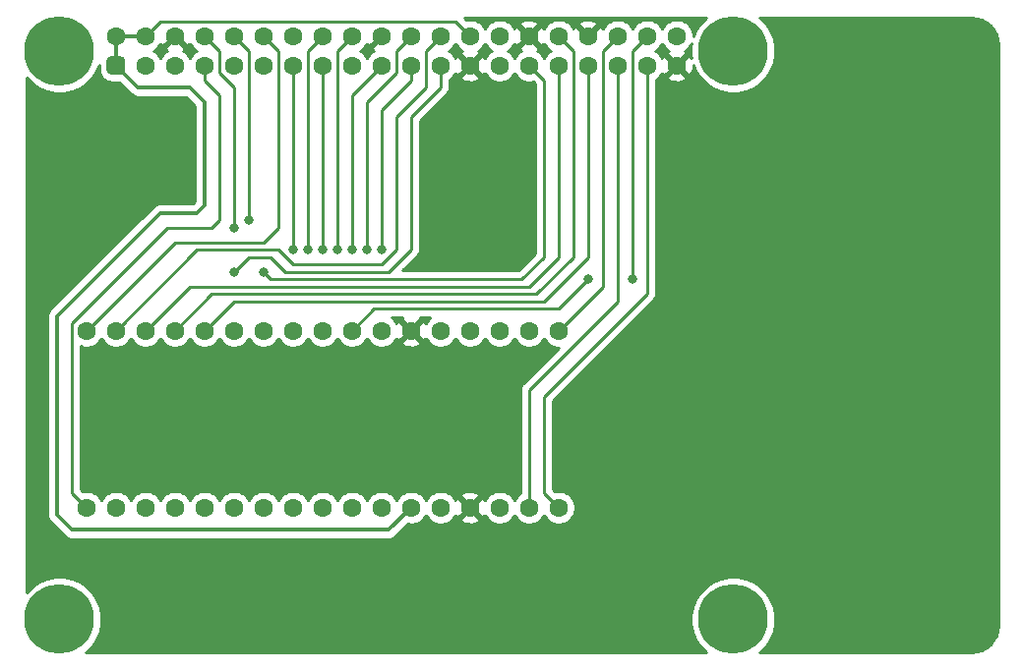
<source format=gbr>
%TF.GenerationSoftware,KiCad,Pcbnew,5.1.10*%
%TF.CreationDate,2021-11-27T11:42:48+01:00*%
%TF.ProjectId,GrasPiB_AR488_Adapter,47726173-5069-4425-9f41-523438385f41,0*%
%TF.SameCoordinates,PX4ce8b88PY2455c20*%
%TF.FileFunction,Copper,L1,Top*%
%TF.FilePolarity,Positive*%
%FSLAX46Y46*%
G04 Gerber Fmt 4.6, Leading zero omitted, Abs format (unit mm)*
G04 Created by KiCad (PCBNEW 5.1.10) date 2021-11-27 11:42:48*
%MOMM*%
%LPD*%
G01*
G04 APERTURE LIST*
%TA.AperFunction,WasherPad*%
%ADD10C,6.000000*%
%TD*%
%TA.AperFunction,ComponentPad*%
%ADD11C,1.600000*%
%TD*%
%TA.AperFunction,ViaPad*%
%ADD12C,0.800000*%
%TD*%
%TA.AperFunction,Conductor*%
%ADD13C,0.250000*%
%TD*%
%TA.AperFunction,Conductor*%
%ADD14C,0.350000*%
%TD*%
%TA.AperFunction,Conductor*%
%ADD15C,0.254000*%
%TD*%
%TA.AperFunction,Conductor*%
%ADD16C,0.100000*%
%TD*%
G04 APERTURE END LIST*
D10*
%TO.P,U2,*%
%TO.N,*%
X61385000Y-52810000D03*
X3385000Y-52810000D03*
X61385000Y-3810000D03*
X3385000Y-3810000D03*
D11*
%TO.P,U2,40*%
%TO.N,Net-(U2-Pad40)*%
X56515000Y-2540000D03*
%TO.P,U2,39*%
%TO.N,GND*%
X56515000Y-5080000D03*
%TO.P,U2,38*%
%TO.N,/DIO1*%
X53975000Y-2540000D03*
%TO.P,U2,37*%
%TO.N,/DIO2*%
X53975000Y-5080000D03*
%TO.P,U2,36*%
%TO.N,/DIO3*%
X51435000Y-2540000D03*
%TO.P,U2,35*%
%TO.N,/DIO4*%
X51435000Y-5080000D03*
%TO.P,U2,34*%
%TO.N,GND*%
X48895000Y-2540000D03*
%TO.P,U2,33*%
%TO.N,/DIO5*%
X48895000Y-5080000D03*
%TO.P,U2,32*%
%TO.N,/DIO6*%
X46355000Y-2540000D03*
%TO.P,U2,31*%
%TO.N,/DIO7*%
X46355000Y-5080000D03*
%TO.P,U2,30*%
%TO.N,GND*%
X43815000Y-2540000D03*
%TO.P,U2,29*%
%TO.N,/DIO8*%
X43815000Y-5080000D03*
%TO.P,U2,28*%
%TO.N,Net-(U2-Pad28)*%
X41275000Y-2540000D03*
%TO.P,U2,27*%
%TO.N,Net-(U2-Pad27)*%
X41275000Y-5080000D03*
%TO.P,U2,26*%
%TO.N,+5V*%
X38735000Y-2540000D03*
%TO.P,U2,25*%
%TO.N,GND*%
X38735000Y-5080000D03*
%TO.P,U2,24*%
%TO.N,/DC*%
X36195000Y-2540000D03*
%TO.P,U2,23*%
%TO.N,/SRQ*%
X36195000Y-5080000D03*
%TO.P,U2,22*%
%TO.N,/ATN*%
X33655000Y-2540000D03*
%TO.P,U2,21*%
%TO.N,/EOI*%
X33655000Y-5080000D03*
%TO.P,U2,20*%
%TO.N,GND*%
X31115000Y-2540000D03*
%TO.P,U2,19*%
%TO.N,/DAV*%
X31115000Y-5080000D03*
%TO.P,U2,18*%
%TO.N,/NRFD*%
X28575000Y-2540000D03*
%TO.P,U2,17*%
%TO.N,Net-(U2-Pad17)*%
X28575000Y-5080000D03*
%TO.P,U2,16*%
%TO.N,/NDAC*%
X26035000Y-2540000D03*
%TO.P,U2,15*%
%TO.N,/IFC*%
X26035000Y-5080000D03*
%TO.P,U2,14*%
%TO.N,GND*%
X23495000Y-2540000D03*
%TO.P,U2,13*%
%TO.N,/REN*%
X23495000Y-5080000D03*
%TO.P,U2,12*%
%TO.N,/TE*%
X20955000Y-2540000D03*
%TO.P,U2,11*%
%TO.N,Net-(U2-Pad11)*%
X20955000Y-5080000D03*
%TO.P,U2,10*%
%TO.N,/RX*%
X18415000Y-2540000D03*
%TO.P,U2,9*%
%TO.N,GND*%
X18415000Y-5080000D03*
%TO.P,U2,8*%
%TO.N,/TX*%
X15875000Y-2540000D03*
%TO.P,U2,7*%
%TO.N,/LED*%
X15875000Y-5080000D03*
%TO.P,U2,6*%
%TO.N,GND*%
X13335000Y-2540000D03*
%TO.P,U2,5*%
%TO.N,Net-(U2-Pad5)*%
X13335000Y-5080000D03*
%TO.P,U2,4*%
%TO.N,+5V*%
X10795000Y-2540000D03*
%TO.P,U2,3*%
%TO.N,Net-(U2-Pad3)*%
X10795000Y-5080000D03*
%TO.P,U2,2*%
%TO.N,+5V*%
X8255000Y-2540000D03*
%TO.P,U2,1*%
%TA.AperFunction,ComponentPad*%
G36*
G01*
X7455000Y-5480000D02*
X7455000Y-4680000D01*
G75*
G02*
X7855000Y-4280000I400000J0D01*
G01*
X8655000Y-4280000D01*
G75*
G02*
X9055000Y-4680000I0J-400000D01*
G01*
X9055000Y-5480000D01*
G75*
G02*
X8655000Y-5880000I-400000J0D01*
G01*
X7855000Y-5880000D01*
G75*
G02*
X7455000Y-5480000I0J400000D01*
G01*
G37*
%TD.AperFunction*%
%TD*%
%TO.P,U1,1*%
%TO.N,/DIO3*%
X46355000Y-27940000D03*
%TO.P,U1,2*%
%TO.N,Net-(U1-Pad2)*%
X43815000Y-27940000D03*
%TO.P,U1,3*%
%TO.N,/TX*%
X41275000Y-27940000D03*
%TO.P,U1,4*%
%TO.N,/RX*%
X38735000Y-27940000D03*
%TO.P,U1,5*%
%TO.N,Net-(U1-Pad5)*%
X36195000Y-27940000D03*
%TO.P,U1,6*%
%TO.N,GND*%
X33655000Y-27940000D03*
%TO.P,U1,7*%
%TO.N,/ATN*%
X31115000Y-27940000D03*
%TO.P,U1,8*%
%TO.N,/DIO1*%
X28575000Y-27940000D03*
%TO.P,U1,9*%
%TO.N,/IFC*%
X26035000Y-27940000D03*
%TO.P,U1,10*%
%TO.N,/REN*%
X23495000Y-27940000D03*
%TO.P,U1,11*%
%TO.N,/DIO8*%
X20955000Y-27940000D03*
%TO.P,U1,12*%
%TO.N,/SRQ*%
X18415000Y-27940000D03*
%TO.P,U1,13*%
%TO.N,/DIO5*%
X15875000Y-27940000D03*
%TO.P,U1,14*%
%TO.N,/DIO6*%
X13335000Y-27940000D03*
%TO.P,U1,15*%
%TO.N,/DIO7*%
X10795000Y-27940000D03*
%TO.P,U1,16*%
%TO.N,/DC*%
X8255000Y-27940000D03*
%TO.P,U1,17*%
%TO.N,/TE*%
X5715000Y-27940000D03*
%TO.P,U1,18*%
%TO.N,/LED*%
X5715000Y-43180000D03*
%TO.P,U1,19*%
%TO.N,Net-(U1-Pad19)*%
X8255000Y-43180000D03*
%TO.P,U1,20*%
%TO.N,Net-(U1-Pad20)*%
X10795000Y-43180000D03*
%TO.P,U1,21*%
%TO.N,/EOI*%
X13335000Y-43180000D03*
%TO.P,U1,22*%
%TO.N,/DAV*%
X15875000Y-43180000D03*
%TO.P,U1,23*%
%TO.N,/NRFD*%
X18415000Y-43180000D03*
%TO.P,U1,24*%
%TO.N,/NDAC*%
X20955000Y-43180000D03*
%TO.P,U1,25*%
%TO.N,Net-(U1-Pad25)*%
X23495000Y-43180000D03*
%TO.P,U1,26*%
%TO.N,Net-(U1-Pad26)*%
X26035000Y-43180000D03*
%TO.P,U1,27*%
%TO.N,Net-(U1-Pad27)*%
X28575000Y-43180000D03*
%TO.P,U1,28*%
%TO.N,Net-(U1-Pad28)*%
X31115000Y-43180000D03*
%TO.P,U1,29*%
%TO.N,+5V*%
X33655000Y-43180000D03*
%TO.P,U1,30*%
%TO.N,Net-(U1-Pad30)*%
X36195000Y-43180000D03*
%TO.P,U1,31*%
%TO.N,GND*%
X38735000Y-43180000D03*
%TO.P,U1,32*%
%TO.N,Net-(U1-Pad32)*%
X41275000Y-43180000D03*
%TO.P,U1,33*%
%TO.N,/DIO4*%
X43815000Y-43180000D03*
%TO.P,U1,34*%
%TO.N,/DIO2*%
X46355000Y-43180000D03*
%TD*%
D12*
%TO.N,/TX*%
X18415000Y-19050000D03*
%TO.N,/RX*%
X19685000Y-18415000D03*
%TO.N,/ATN*%
X29845000Y-20955000D03*
%TO.N,/DIO1*%
X48895000Y-23495000D03*
X52705000Y-23495000D03*
%TO.N,/IFC*%
X26035000Y-20955000D03*
%TO.N,/REN*%
X23495000Y-20955000D03*
%TO.N,/DIO8*%
X20955000Y-22860000D03*
%TO.N,/SRQ*%
X18415000Y-22860000D03*
%TO.N,/EOI*%
X31115000Y-20955000D03*
%TO.N,/DAV*%
X28575000Y-20955000D03*
%TO.N,/NRFD*%
X27305000Y-20955000D03*
%TO.N,/NDAC*%
X24765000Y-20955000D03*
%TD*%
D13*
%TO.N,/DIO3*%
X50165000Y-24130000D02*
X46355000Y-27940000D01*
X50165000Y-3810000D02*
X50165000Y-24130000D01*
X51435000Y-2540000D02*
X50165000Y-3810000D01*
%TO.N,/TX*%
X15875000Y-2540000D02*
X17145000Y-3810000D01*
X17145000Y-3810000D02*
X17145000Y-5715000D01*
X17145000Y-5715000D02*
X18415000Y-6985000D01*
X18415000Y-6985000D02*
X18415000Y-19050000D01*
%TO.N,/RX*%
X19685000Y-3810000D02*
X18415000Y-2540000D01*
X19685000Y-18415000D02*
X19685000Y-3810000D01*
%TO.N,/ATN*%
X32385000Y-3810000D02*
X33655000Y-2540000D01*
X32385000Y-5715000D02*
X32385000Y-3810000D01*
X29845000Y-8255000D02*
X32385000Y-5715000D01*
X29845000Y-20955000D02*
X29845000Y-8255000D01*
%TO.N,/DIO1*%
X28575000Y-27940000D02*
X30480000Y-26035000D01*
X30480000Y-26035000D02*
X38735000Y-26035000D01*
X38735000Y-26035000D02*
X46355000Y-26035000D01*
X46355000Y-26035000D02*
X48895000Y-23495000D01*
X52705000Y-3810000D02*
X53975000Y-2540000D01*
X52705000Y-23495000D02*
X52705000Y-3810000D01*
%TO.N,/IFC*%
X26035000Y-5080000D02*
X26035000Y-20955000D01*
%TO.N,/REN*%
X23495000Y-5080000D02*
X23495000Y-20955000D01*
%TO.N,/DIO8*%
X45085000Y-6350000D02*
X43815000Y-5080000D01*
X45085000Y-21590000D02*
X45085000Y-6350000D01*
X43180000Y-23495000D02*
X45085000Y-21590000D01*
X21590000Y-23495000D02*
X43180000Y-23495000D01*
X20955000Y-22860000D02*
X21590000Y-23495000D01*
%TO.N,/SRQ*%
X21590000Y-21590000D02*
X22860000Y-22860000D01*
X19685000Y-21590000D02*
X21590000Y-21590000D01*
X18415000Y-22860000D02*
X19685000Y-21590000D01*
X36195000Y-5080000D02*
X36195000Y-6985000D01*
X36195000Y-6985000D02*
X33655000Y-9525000D01*
X33655000Y-9525000D02*
X33655000Y-20955000D01*
X31750000Y-22860000D02*
X22860000Y-22860000D01*
X33655000Y-20955000D02*
X31750000Y-22860000D01*
%TO.N,/DIO5*%
X18415000Y-25400000D02*
X15875000Y-27940000D01*
X45085000Y-25400000D02*
X18415000Y-25400000D01*
X48895000Y-21590000D02*
X45085000Y-25400000D01*
X48895000Y-5080000D02*
X48895000Y-21590000D01*
%TO.N,/DIO6*%
X44450000Y-24765000D02*
X16510000Y-24765000D01*
X16510000Y-24765000D02*
X13335000Y-27940000D01*
X47625000Y-21590000D02*
X44450000Y-24765000D01*
X47625000Y-3810000D02*
X47625000Y-21590000D01*
X46355000Y-2540000D02*
X47625000Y-3810000D01*
%TO.N,/DIO7*%
X14605000Y-24130000D02*
X10795000Y-27940000D01*
X43815000Y-24130000D02*
X14605000Y-24130000D01*
X46355000Y-21590000D02*
X43815000Y-24130000D01*
X46355000Y-5080000D02*
X46355000Y-21590000D01*
%TO.N,/TE*%
X13335000Y-20320000D02*
X5715000Y-27940000D01*
X20955000Y-20320000D02*
X13335000Y-20320000D01*
X22225000Y-19050000D02*
X20955000Y-20320000D01*
X22225000Y-3810000D02*
X22225000Y-19050000D01*
X20955000Y-2540000D02*
X22225000Y-3810000D01*
%TO.N,/DC*%
X22225000Y-20955000D02*
X23495000Y-22225000D01*
X15240000Y-20955000D02*
X22225000Y-20955000D01*
X8255000Y-27940000D02*
X15240000Y-20955000D01*
X23495000Y-22225000D02*
X31115000Y-22225000D01*
X31115000Y-22225000D02*
X32385000Y-20955000D01*
X32385000Y-20955000D02*
X32385000Y-9525000D01*
X32385000Y-9525000D02*
X34925000Y-6985000D01*
X34925000Y-3810000D02*
X36195000Y-2540000D01*
X34925000Y-6985000D02*
X34925000Y-3810000D01*
%TO.N,/EOI*%
X31115000Y-20955000D02*
X31115000Y-8890000D01*
X33655000Y-6350000D02*
X33655000Y-5080000D01*
X31115000Y-8890000D02*
X33655000Y-6350000D01*
%TO.N,/DAV*%
X28575000Y-20955000D02*
X28575000Y-7620000D01*
X28575000Y-7620000D02*
X31115000Y-5080000D01*
%TO.N,/NRFD*%
X27305000Y-3810000D02*
X28575000Y-2540000D01*
X27305000Y-20955000D02*
X27305000Y-3810000D01*
%TO.N,/NDAC*%
X26035000Y-2540000D02*
X26035000Y-2660000D01*
X24765000Y-3810000D02*
X26035000Y-2540000D01*
X24765000Y-20955000D02*
X24765000Y-3810000D01*
D14*
%TO.N,+5V*%
X10795000Y-2540000D02*
X8255000Y-2540000D01*
X8255000Y-2540000D02*
X8255000Y-5080000D01*
X31750000Y-45085000D02*
X33655000Y-43180000D01*
X4445000Y-45085000D02*
X31750000Y-45085000D01*
X3175000Y-26670000D02*
X3175000Y-43815000D01*
X12065000Y-17780000D02*
X3175000Y-26670000D01*
X15240000Y-17780000D02*
X12065000Y-17780000D01*
X3175000Y-43815000D02*
X4445000Y-45085000D01*
X15875000Y-17145000D02*
X15240000Y-17780000D01*
X15875000Y-8255000D02*
X15875000Y-17145000D01*
X10160000Y-6985000D02*
X14605000Y-6985000D01*
X14605000Y-6985000D02*
X15875000Y-8255000D01*
X8255000Y-5080000D02*
X10160000Y-6985000D01*
D13*
X37465000Y-1270000D02*
X38735000Y-2540000D01*
X12065000Y-1270000D02*
X37465000Y-1270000D01*
X10795000Y-2540000D02*
X12065000Y-1270000D01*
%TO.N,/DIO4*%
X51435000Y-5080000D02*
X51435000Y-25400000D01*
X43815000Y-33020000D02*
X43815000Y-43180000D01*
X51435000Y-25400000D02*
X43815000Y-33020000D01*
%TO.N,/DIO2*%
X53975000Y-5080000D02*
X53975000Y-24765000D01*
X53975000Y-24765000D02*
X45085000Y-33655000D01*
X45085000Y-41910000D02*
X46355000Y-43180000D01*
X45085000Y-33655000D02*
X45085000Y-41910000D01*
%TO.N,/LED*%
X4445000Y-41910000D02*
X5715000Y-43180000D01*
X4445000Y-27305000D02*
X4445000Y-41910000D01*
X12700000Y-19050000D02*
X4445000Y-27305000D01*
X16510000Y-19050000D02*
X12700000Y-19050000D01*
X17145000Y-18415000D02*
X16510000Y-19050000D01*
X17145000Y-7620000D02*
X17145000Y-18415000D01*
X15875000Y-6350000D02*
X17145000Y-7620000D01*
X15875000Y-5080000D02*
X15875000Y-6350000D01*
%TD*%
D15*
%TO.N,GND*%
X82338893Y-1017670D02*
X82775498Y-1149489D01*
X83178185Y-1363600D01*
X83531612Y-1651848D01*
X83822327Y-2003261D01*
X84039242Y-2404439D01*
X84174106Y-2840113D01*
X84225001Y-3324353D01*
X84225000Y-53277721D01*
X84177330Y-53763894D01*
X84045512Y-54200497D01*
X83831399Y-54603186D01*
X83543150Y-54956613D01*
X83191739Y-55247327D01*
X82790564Y-55464240D01*
X82354886Y-55599106D01*
X81870664Y-55650000D01*
X63677467Y-55650000D01*
X63702177Y-55633489D01*
X64208489Y-55127177D01*
X64606295Y-54531818D01*
X64880309Y-53870290D01*
X65020000Y-53168016D01*
X65020000Y-52451984D01*
X64880309Y-51749710D01*
X64606295Y-51088182D01*
X64208489Y-50492823D01*
X63702177Y-49986511D01*
X63106818Y-49588705D01*
X62445290Y-49314691D01*
X61743016Y-49175000D01*
X61026984Y-49175000D01*
X60324710Y-49314691D01*
X59663182Y-49588705D01*
X59067823Y-49986511D01*
X58561511Y-50492823D01*
X58163705Y-51088182D01*
X57889691Y-51749710D01*
X57750000Y-52451984D01*
X57750000Y-53168016D01*
X57889691Y-53870290D01*
X58163705Y-54531818D01*
X58561511Y-55127177D01*
X59067823Y-55633489D01*
X59092533Y-55650000D01*
X5677467Y-55650000D01*
X5702177Y-55633489D01*
X6208489Y-55127177D01*
X6606295Y-54531818D01*
X6880309Y-53870290D01*
X7020000Y-53168016D01*
X7020000Y-52451984D01*
X6880309Y-51749710D01*
X6606295Y-51088182D01*
X6208489Y-50492823D01*
X5702177Y-49986511D01*
X5106818Y-49588705D01*
X4445290Y-49314691D01*
X3743016Y-49175000D01*
X3026984Y-49175000D01*
X2324710Y-49314691D01*
X1663182Y-49588705D01*
X1067823Y-49986511D01*
X561511Y-50492823D01*
X545000Y-50517533D01*
X545000Y-6102467D01*
X561511Y-6127177D01*
X1067823Y-6633489D01*
X1663182Y-7031295D01*
X2324710Y-7305309D01*
X3026984Y-7445000D01*
X3743016Y-7445000D01*
X4445290Y-7305309D01*
X5106818Y-7031295D01*
X5702177Y-6633489D01*
X6208489Y-6127177D01*
X6606295Y-5531818D01*
X6816928Y-5023305D01*
X6816928Y-5480000D01*
X6836874Y-5682518D01*
X6895947Y-5877253D01*
X6991875Y-6056722D01*
X7120972Y-6214028D01*
X7278278Y-6343125D01*
X7457747Y-6439053D01*
X7652482Y-6498126D01*
X7855000Y-6518072D01*
X8547560Y-6518072D01*
X9559105Y-7529618D01*
X9584472Y-7560528D01*
X9615380Y-7585893D01*
X9707810Y-7661749D01*
X9783024Y-7701951D01*
X9848527Y-7736963D01*
X10001212Y-7783280D01*
X10120209Y-7795000D01*
X10120212Y-7795000D01*
X10160000Y-7798919D01*
X10199788Y-7795000D01*
X14269488Y-7795000D01*
X15065000Y-8590513D01*
X15065001Y-16809486D01*
X14904488Y-16970000D01*
X12104791Y-16970000D01*
X12065000Y-16966081D01*
X11906212Y-16981720D01*
X11753526Y-17028037D01*
X11612811Y-17103251D01*
X11489472Y-17204472D01*
X11464107Y-17235380D01*
X2630388Y-26069100D01*
X2599472Y-26094472D01*
X2542679Y-26163676D01*
X2498251Y-26217811D01*
X2458049Y-26293025D01*
X2423037Y-26358528D01*
X2376720Y-26511213D01*
X2365000Y-26630209D01*
X2361081Y-26670000D01*
X2365000Y-26709788D01*
X2365001Y-43775202D01*
X2361081Y-43815000D01*
X2372310Y-43929002D01*
X2376721Y-43973788D01*
X2413418Y-44094759D01*
X2423038Y-44126473D01*
X2498251Y-44267189D01*
X2552292Y-44333037D01*
X2599473Y-44390528D01*
X2630383Y-44415895D01*
X3844105Y-45629618D01*
X3869472Y-45660528D01*
X3937210Y-45716119D01*
X3992810Y-45761749D01*
X4068024Y-45801951D01*
X4133527Y-45836963D01*
X4286212Y-45883280D01*
X4405209Y-45895000D01*
X4405211Y-45895000D01*
X4444999Y-45898919D01*
X4484787Y-45895000D01*
X31710212Y-45895000D01*
X31750000Y-45898919D01*
X31789788Y-45895000D01*
X31789791Y-45895000D01*
X31908788Y-45883280D01*
X32061473Y-45836963D01*
X32202189Y-45761749D01*
X32325528Y-45660528D01*
X32350899Y-45629613D01*
X33390093Y-44590420D01*
X33513665Y-44615000D01*
X33796335Y-44615000D01*
X34073574Y-44559853D01*
X34334727Y-44451680D01*
X34569759Y-44294637D01*
X34769637Y-44094759D01*
X34925000Y-43862241D01*
X35080363Y-44094759D01*
X35280241Y-44294637D01*
X35515273Y-44451680D01*
X35776426Y-44559853D01*
X36053665Y-44615000D01*
X36336335Y-44615000D01*
X36613574Y-44559853D01*
X36874727Y-44451680D01*
X37109759Y-44294637D01*
X37231694Y-44172702D01*
X37921903Y-44172702D01*
X37993486Y-44416671D01*
X38248996Y-44537571D01*
X38523184Y-44606300D01*
X38805512Y-44620217D01*
X39085130Y-44578787D01*
X39351292Y-44483603D01*
X39476514Y-44416671D01*
X39548097Y-44172702D01*
X38735000Y-43359605D01*
X37921903Y-44172702D01*
X37231694Y-44172702D01*
X37309637Y-44094759D01*
X37465915Y-43860872D01*
X37498329Y-43921514D01*
X37742298Y-43993097D01*
X38555395Y-43180000D01*
X37742298Y-42366903D01*
X37498329Y-42438486D01*
X37467806Y-42502992D01*
X37466680Y-42500273D01*
X37309637Y-42265241D01*
X37231694Y-42187298D01*
X37921903Y-42187298D01*
X38735000Y-43000395D01*
X39548097Y-42187298D01*
X39476514Y-41943329D01*
X39221004Y-41822429D01*
X38946816Y-41753700D01*
X38664488Y-41739783D01*
X38384870Y-41781213D01*
X38118708Y-41876397D01*
X37993486Y-41943329D01*
X37921903Y-42187298D01*
X37231694Y-42187298D01*
X37109759Y-42065363D01*
X36874727Y-41908320D01*
X36613574Y-41800147D01*
X36336335Y-41745000D01*
X36053665Y-41745000D01*
X35776426Y-41800147D01*
X35515273Y-41908320D01*
X35280241Y-42065363D01*
X35080363Y-42265241D01*
X34925000Y-42497759D01*
X34769637Y-42265241D01*
X34569759Y-42065363D01*
X34334727Y-41908320D01*
X34073574Y-41800147D01*
X33796335Y-41745000D01*
X33513665Y-41745000D01*
X33236426Y-41800147D01*
X32975273Y-41908320D01*
X32740241Y-42065363D01*
X32540363Y-42265241D01*
X32385000Y-42497759D01*
X32229637Y-42265241D01*
X32029759Y-42065363D01*
X31794727Y-41908320D01*
X31533574Y-41800147D01*
X31256335Y-41745000D01*
X30973665Y-41745000D01*
X30696426Y-41800147D01*
X30435273Y-41908320D01*
X30200241Y-42065363D01*
X30000363Y-42265241D01*
X29845000Y-42497759D01*
X29689637Y-42265241D01*
X29489759Y-42065363D01*
X29254727Y-41908320D01*
X28993574Y-41800147D01*
X28716335Y-41745000D01*
X28433665Y-41745000D01*
X28156426Y-41800147D01*
X27895273Y-41908320D01*
X27660241Y-42065363D01*
X27460363Y-42265241D01*
X27305000Y-42497759D01*
X27149637Y-42265241D01*
X26949759Y-42065363D01*
X26714727Y-41908320D01*
X26453574Y-41800147D01*
X26176335Y-41745000D01*
X25893665Y-41745000D01*
X25616426Y-41800147D01*
X25355273Y-41908320D01*
X25120241Y-42065363D01*
X24920363Y-42265241D01*
X24765000Y-42497759D01*
X24609637Y-42265241D01*
X24409759Y-42065363D01*
X24174727Y-41908320D01*
X23913574Y-41800147D01*
X23636335Y-41745000D01*
X23353665Y-41745000D01*
X23076426Y-41800147D01*
X22815273Y-41908320D01*
X22580241Y-42065363D01*
X22380363Y-42265241D01*
X22225000Y-42497759D01*
X22069637Y-42265241D01*
X21869759Y-42065363D01*
X21634727Y-41908320D01*
X21373574Y-41800147D01*
X21096335Y-41745000D01*
X20813665Y-41745000D01*
X20536426Y-41800147D01*
X20275273Y-41908320D01*
X20040241Y-42065363D01*
X19840363Y-42265241D01*
X19685000Y-42497759D01*
X19529637Y-42265241D01*
X19329759Y-42065363D01*
X19094727Y-41908320D01*
X18833574Y-41800147D01*
X18556335Y-41745000D01*
X18273665Y-41745000D01*
X17996426Y-41800147D01*
X17735273Y-41908320D01*
X17500241Y-42065363D01*
X17300363Y-42265241D01*
X17145000Y-42497759D01*
X16989637Y-42265241D01*
X16789759Y-42065363D01*
X16554727Y-41908320D01*
X16293574Y-41800147D01*
X16016335Y-41745000D01*
X15733665Y-41745000D01*
X15456426Y-41800147D01*
X15195273Y-41908320D01*
X14960241Y-42065363D01*
X14760363Y-42265241D01*
X14605000Y-42497759D01*
X14449637Y-42265241D01*
X14249759Y-42065363D01*
X14014727Y-41908320D01*
X13753574Y-41800147D01*
X13476335Y-41745000D01*
X13193665Y-41745000D01*
X12916426Y-41800147D01*
X12655273Y-41908320D01*
X12420241Y-42065363D01*
X12220363Y-42265241D01*
X12065000Y-42497759D01*
X11909637Y-42265241D01*
X11709759Y-42065363D01*
X11474727Y-41908320D01*
X11213574Y-41800147D01*
X10936335Y-41745000D01*
X10653665Y-41745000D01*
X10376426Y-41800147D01*
X10115273Y-41908320D01*
X9880241Y-42065363D01*
X9680363Y-42265241D01*
X9525000Y-42497759D01*
X9369637Y-42265241D01*
X9169759Y-42065363D01*
X8934727Y-41908320D01*
X8673574Y-41800147D01*
X8396335Y-41745000D01*
X8113665Y-41745000D01*
X7836426Y-41800147D01*
X7575273Y-41908320D01*
X7340241Y-42065363D01*
X7140363Y-42265241D01*
X6985000Y-42497759D01*
X6829637Y-42265241D01*
X6629759Y-42065363D01*
X6394727Y-41908320D01*
X6133574Y-41800147D01*
X5856335Y-41745000D01*
X5573665Y-41745000D01*
X5391114Y-41781312D01*
X5205000Y-41595199D01*
X5205000Y-29281983D01*
X5296426Y-29319853D01*
X5573665Y-29375000D01*
X5856335Y-29375000D01*
X6133574Y-29319853D01*
X6394727Y-29211680D01*
X6629759Y-29054637D01*
X6829637Y-28854759D01*
X6985000Y-28622241D01*
X7140363Y-28854759D01*
X7340241Y-29054637D01*
X7575273Y-29211680D01*
X7836426Y-29319853D01*
X8113665Y-29375000D01*
X8396335Y-29375000D01*
X8673574Y-29319853D01*
X8934727Y-29211680D01*
X9169759Y-29054637D01*
X9369637Y-28854759D01*
X9525000Y-28622241D01*
X9680363Y-28854759D01*
X9880241Y-29054637D01*
X10115273Y-29211680D01*
X10376426Y-29319853D01*
X10653665Y-29375000D01*
X10936335Y-29375000D01*
X11213574Y-29319853D01*
X11474727Y-29211680D01*
X11709759Y-29054637D01*
X11909637Y-28854759D01*
X12065000Y-28622241D01*
X12220363Y-28854759D01*
X12420241Y-29054637D01*
X12655273Y-29211680D01*
X12916426Y-29319853D01*
X13193665Y-29375000D01*
X13476335Y-29375000D01*
X13753574Y-29319853D01*
X14014727Y-29211680D01*
X14249759Y-29054637D01*
X14449637Y-28854759D01*
X14605000Y-28622241D01*
X14760363Y-28854759D01*
X14960241Y-29054637D01*
X15195273Y-29211680D01*
X15456426Y-29319853D01*
X15733665Y-29375000D01*
X16016335Y-29375000D01*
X16293574Y-29319853D01*
X16554727Y-29211680D01*
X16789759Y-29054637D01*
X16989637Y-28854759D01*
X17145000Y-28622241D01*
X17300363Y-28854759D01*
X17500241Y-29054637D01*
X17735273Y-29211680D01*
X17996426Y-29319853D01*
X18273665Y-29375000D01*
X18556335Y-29375000D01*
X18833574Y-29319853D01*
X19094727Y-29211680D01*
X19329759Y-29054637D01*
X19529637Y-28854759D01*
X19685000Y-28622241D01*
X19840363Y-28854759D01*
X20040241Y-29054637D01*
X20275273Y-29211680D01*
X20536426Y-29319853D01*
X20813665Y-29375000D01*
X21096335Y-29375000D01*
X21373574Y-29319853D01*
X21634727Y-29211680D01*
X21869759Y-29054637D01*
X22069637Y-28854759D01*
X22225000Y-28622241D01*
X22380363Y-28854759D01*
X22580241Y-29054637D01*
X22815273Y-29211680D01*
X23076426Y-29319853D01*
X23353665Y-29375000D01*
X23636335Y-29375000D01*
X23913574Y-29319853D01*
X24174727Y-29211680D01*
X24409759Y-29054637D01*
X24609637Y-28854759D01*
X24765000Y-28622241D01*
X24920363Y-28854759D01*
X25120241Y-29054637D01*
X25355273Y-29211680D01*
X25616426Y-29319853D01*
X25893665Y-29375000D01*
X26176335Y-29375000D01*
X26453574Y-29319853D01*
X26714727Y-29211680D01*
X26949759Y-29054637D01*
X27149637Y-28854759D01*
X27305000Y-28622241D01*
X27460363Y-28854759D01*
X27660241Y-29054637D01*
X27895273Y-29211680D01*
X28156426Y-29319853D01*
X28433665Y-29375000D01*
X28716335Y-29375000D01*
X28993574Y-29319853D01*
X29254727Y-29211680D01*
X29489759Y-29054637D01*
X29689637Y-28854759D01*
X29845000Y-28622241D01*
X30000363Y-28854759D01*
X30200241Y-29054637D01*
X30435273Y-29211680D01*
X30696426Y-29319853D01*
X30973665Y-29375000D01*
X31256335Y-29375000D01*
X31533574Y-29319853D01*
X31794727Y-29211680D01*
X32029759Y-29054637D01*
X32151694Y-28932702D01*
X32841903Y-28932702D01*
X32913486Y-29176671D01*
X33168996Y-29297571D01*
X33443184Y-29366300D01*
X33725512Y-29380217D01*
X34005130Y-29338787D01*
X34271292Y-29243603D01*
X34396514Y-29176671D01*
X34468097Y-28932702D01*
X33655000Y-28119605D01*
X32841903Y-28932702D01*
X32151694Y-28932702D01*
X32229637Y-28854759D01*
X32385915Y-28620872D01*
X32418329Y-28681514D01*
X32662298Y-28753097D01*
X33475395Y-27940000D01*
X32662298Y-27126903D01*
X32418329Y-27198486D01*
X32387806Y-27262992D01*
X32386680Y-27260273D01*
X32229637Y-27025241D01*
X32029759Y-26825363D01*
X31984317Y-26795000D01*
X32886589Y-26795000D01*
X32841903Y-26947298D01*
X33655000Y-27760395D01*
X34468097Y-26947298D01*
X34423411Y-26795000D01*
X35325683Y-26795000D01*
X35280241Y-26825363D01*
X35080363Y-27025241D01*
X34924085Y-27259128D01*
X34891671Y-27198486D01*
X34647702Y-27126903D01*
X33834605Y-27940000D01*
X34647702Y-28753097D01*
X34891671Y-28681514D01*
X34922194Y-28617008D01*
X34923320Y-28619727D01*
X35080363Y-28854759D01*
X35280241Y-29054637D01*
X35515273Y-29211680D01*
X35776426Y-29319853D01*
X36053665Y-29375000D01*
X36336335Y-29375000D01*
X36613574Y-29319853D01*
X36874727Y-29211680D01*
X37109759Y-29054637D01*
X37309637Y-28854759D01*
X37465000Y-28622241D01*
X37620363Y-28854759D01*
X37820241Y-29054637D01*
X38055273Y-29211680D01*
X38316426Y-29319853D01*
X38593665Y-29375000D01*
X38876335Y-29375000D01*
X39153574Y-29319853D01*
X39414727Y-29211680D01*
X39649759Y-29054637D01*
X39849637Y-28854759D01*
X40005000Y-28622241D01*
X40160363Y-28854759D01*
X40360241Y-29054637D01*
X40595273Y-29211680D01*
X40856426Y-29319853D01*
X41133665Y-29375000D01*
X41416335Y-29375000D01*
X41693574Y-29319853D01*
X41954727Y-29211680D01*
X42189759Y-29054637D01*
X42389637Y-28854759D01*
X42545000Y-28622241D01*
X42700363Y-28854759D01*
X42900241Y-29054637D01*
X43135273Y-29211680D01*
X43396426Y-29319853D01*
X43673665Y-29375000D01*
X43956335Y-29375000D01*
X44233574Y-29319853D01*
X44494727Y-29211680D01*
X44729759Y-29054637D01*
X44929637Y-28854759D01*
X45085000Y-28622241D01*
X45240363Y-28854759D01*
X45440241Y-29054637D01*
X45675273Y-29211680D01*
X45936426Y-29319853D01*
X46213665Y-29375000D01*
X46385199Y-29375000D01*
X43304003Y-32456196D01*
X43274999Y-32479999D01*
X43219871Y-32547174D01*
X43180026Y-32595724D01*
X43109455Y-32727753D01*
X43109454Y-32727754D01*
X43065997Y-32871015D01*
X43055000Y-32982668D01*
X43055000Y-32982678D01*
X43051324Y-33020000D01*
X43055000Y-33057322D01*
X43055001Y-41961956D01*
X42900241Y-42065363D01*
X42700363Y-42265241D01*
X42545000Y-42497759D01*
X42389637Y-42265241D01*
X42189759Y-42065363D01*
X41954727Y-41908320D01*
X41693574Y-41800147D01*
X41416335Y-41745000D01*
X41133665Y-41745000D01*
X40856426Y-41800147D01*
X40595273Y-41908320D01*
X40360241Y-42065363D01*
X40160363Y-42265241D01*
X40004085Y-42499128D01*
X39971671Y-42438486D01*
X39727702Y-42366903D01*
X38914605Y-43180000D01*
X39727702Y-43993097D01*
X39971671Y-43921514D01*
X40002194Y-43857008D01*
X40003320Y-43859727D01*
X40160363Y-44094759D01*
X40360241Y-44294637D01*
X40595273Y-44451680D01*
X40856426Y-44559853D01*
X41133665Y-44615000D01*
X41416335Y-44615000D01*
X41693574Y-44559853D01*
X41954727Y-44451680D01*
X42189759Y-44294637D01*
X42389637Y-44094759D01*
X42545000Y-43862241D01*
X42700363Y-44094759D01*
X42900241Y-44294637D01*
X43135273Y-44451680D01*
X43396426Y-44559853D01*
X43673665Y-44615000D01*
X43956335Y-44615000D01*
X44233574Y-44559853D01*
X44494727Y-44451680D01*
X44729759Y-44294637D01*
X44929637Y-44094759D01*
X45085000Y-43862241D01*
X45240363Y-44094759D01*
X45440241Y-44294637D01*
X45675273Y-44451680D01*
X45936426Y-44559853D01*
X46213665Y-44615000D01*
X46496335Y-44615000D01*
X46773574Y-44559853D01*
X47034727Y-44451680D01*
X47269759Y-44294637D01*
X47469637Y-44094759D01*
X47626680Y-43859727D01*
X47734853Y-43598574D01*
X47790000Y-43321335D01*
X47790000Y-43038665D01*
X47734853Y-42761426D01*
X47626680Y-42500273D01*
X47469637Y-42265241D01*
X47269759Y-42065363D01*
X47034727Y-41908320D01*
X46773574Y-41800147D01*
X46496335Y-41745000D01*
X46213665Y-41745000D01*
X46031114Y-41781312D01*
X45845000Y-41595199D01*
X45845000Y-33969801D01*
X54486003Y-25328799D01*
X54515001Y-25305001D01*
X54609974Y-25189276D01*
X54680546Y-25057247D01*
X54724003Y-24913986D01*
X54735000Y-24802333D01*
X54738677Y-24765000D01*
X54735000Y-24727667D01*
X54735000Y-6298043D01*
X54889759Y-6194637D01*
X55011694Y-6072702D01*
X55701903Y-6072702D01*
X55773486Y-6316671D01*
X56028996Y-6437571D01*
X56303184Y-6506300D01*
X56585512Y-6520217D01*
X56865130Y-6478787D01*
X57131292Y-6383603D01*
X57256514Y-6316671D01*
X57328097Y-6072702D01*
X56515000Y-5259605D01*
X55701903Y-6072702D01*
X55011694Y-6072702D01*
X55089637Y-5994759D01*
X55245915Y-5760872D01*
X55278329Y-5821514D01*
X55522298Y-5893097D01*
X56335395Y-5080000D01*
X55522298Y-4266903D01*
X55278329Y-4338486D01*
X55247806Y-4402992D01*
X55246680Y-4400273D01*
X55089637Y-4165241D01*
X54889759Y-3965363D01*
X54657241Y-3810000D01*
X54889759Y-3654637D01*
X55089637Y-3454759D01*
X55245000Y-3222241D01*
X55400363Y-3454759D01*
X55600241Y-3654637D01*
X55834128Y-3810915D01*
X55773486Y-3843329D01*
X55701903Y-4087298D01*
X56515000Y-4900395D01*
X57328097Y-4087298D01*
X57256514Y-3843329D01*
X57192008Y-3812806D01*
X57194727Y-3811680D01*
X57429759Y-3654637D01*
X57629637Y-3454759D01*
X57786680Y-3219727D01*
X57804993Y-3175515D01*
X57750000Y-3451984D01*
X57750000Y-4168016D01*
X57803016Y-4434547D01*
X57751671Y-4338486D01*
X57507702Y-4266903D01*
X56694605Y-5080000D01*
X57507702Y-5893097D01*
X57751671Y-5821514D01*
X57872571Y-5566004D01*
X57941300Y-5291816D01*
X57954380Y-5026464D01*
X58163705Y-5531818D01*
X58561511Y-6127177D01*
X59067823Y-6633489D01*
X59663182Y-7031295D01*
X60324710Y-7305309D01*
X61026984Y-7445000D01*
X61743016Y-7445000D01*
X62445290Y-7305309D01*
X63106818Y-7031295D01*
X63702177Y-6633489D01*
X64208489Y-6127177D01*
X64606295Y-5531818D01*
X64880309Y-4870290D01*
X65020000Y-4168016D01*
X65020000Y-3451984D01*
X64880309Y-2749710D01*
X64606295Y-2088182D01*
X64208489Y-1492823D01*
X63702177Y-986511D01*
X63677467Y-970000D01*
X81852721Y-970000D01*
X82338893Y-1017670D01*
%TA.AperFunction,Conductor*%
D16*
G36*
X82338893Y-1017670D02*
G01*
X82775498Y-1149489D01*
X83178185Y-1363600D01*
X83531612Y-1651848D01*
X83822327Y-2003261D01*
X84039242Y-2404439D01*
X84174106Y-2840113D01*
X84225001Y-3324353D01*
X84225000Y-53277721D01*
X84177330Y-53763894D01*
X84045512Y-54200497D01*
X83831399Y-54603186D01*
X83543150Y-54956613D01*
X83191739Y-55247327D01*
X82790564Y-55464240D01*
X82354886Y-55599106D01*
X81870664Y-55650000D01*
X63677467Y-55650000D01*
X63702177Y-55633489D01*
X64208489Y-55127177D01*
X64606295Y-54531818D01*
X64880309Y-53870290D01*
X65020000Y-53168016D01*
X65020000Y-52451984D01*
X64880309Y-51749710D01*
X64606295Y-51088182D01*
X64208489Y-50492823D01*
X63702177Y-49986511D01*
X63106818Y-49588705D01*
X62445290Y-49314691D01*
X61743016Y-49175000D01*
X61026984Y-49175000D01*
X60324710Y-49314691D01*
X59663182Y-49588705D01*
X59067823Y-49986511D01*
X58561511Y-50492823D01*
X58163705Y-51088182D01*
X57889691Y-51749710D01*
X57750000Y-52451984D01*
X57750000Y-53168016D01*
X57889691Y-53870290D01*
X58163705Y-54531818D01*
X58561511Y-55127177D01*
X59067823Y-55633489D01*
X59092533Y-55650000D01*
X5677467Y-55650000D01*
X5702177Y-55633489D01*
X6208489Y-55127177D01*
X6606295Y-54531818D01*
X6880309Y-53870290D01*
X7020000Y-53168016D01*
X7020000Y-52451984D01*
X6880309Y-51749710D01*
X6606295Y-51088182D01*
X6208489Y-50492823D01*
X5702177Y-49986511D01*
X5106818Y-49588705D01*
X4445290Y-49314691D01*
X3743016Y-49175000D01*
X3026984Y-49175000D01*
X2324710Y-49314691D01*
X1663182Y-49588705D01*
X1067823Y-49986511D01*
X561511Y-50492823D01*
X545000Y-50517533D01*
X545000Y-6102467D01*
X561511Y-6127177D01*
X1067823Y-6633489D01*
X1663182Y-7031295D01*
X2324710Y-7305309D01*
X3026984Y-7445000D01*
X3743016Y-7445000D01*
X4445290Y-7305309D01*
X5106818Y-7031295D01*
X5702177Y-6633489D01*
X6208489Y-6127177D01*
X6606295Y-5531818D01*
X6816928Y-5023305D01*
X6816928Y-5480000D01*
X6836874Y-5682518D01*
X6895947Y-5877253D01*
X6991875Y-6056722D01*
X7120972Y-6214028D01*
X7278278Y-6343125D01*
X7457747Y-6439053D01*
X7652482Y-6498126D01*
X7855000Y-6518072D01*
X8547560Y-6518072D01*
X9559105Y-7529618D01*
X9584472Y-7560528D01*
X9615380Y-7585893D01*
X9707810Y-7661749D01*
X9783024Y-7701951D01*
X9848527Y-7736963D01*
X10001212Y-7783280D01*
X10120209Y-7795000D01*
X10120212Y-7795000D01*
X10160000Y-7798919D01*
X10199788Y-7795000D01*
X14269488Y-7795000D01*
X15065000Y-8590513D01*
X15065001Y-16809486D01*
X14904488Y-16970000D01*
X12104791Y-16970000D01*
X12065000Y-16966081D01*
X11906212Y-16981720D01*
X11753526Y-17028037D01*
X11612811Y-17103251D01*
X11489472Y-17204472D01*
X11464107Y-17235380D01*
X2630388Y-26069100D01*
X2599472Y-26094472D01*
X2542679Y-26163676D01*
X2498251Y-26217811D01*
X2458049Y-26293025D01*
X2423037Y-26358528D01*
X2376720Y-26511213D01*
X2365000Y-26630209D01*
X2361081Y-26670000D01*
X2365000Y-26709788D01*
X2365001Y-43775202D01*
X2361081Y-43815000D01*
X2372310Y-43929002D01*
X2376721Y-43973788D01*
X2413418Y-44094759D01*
X2423038Y-44126473D01*
X2498251Y-44267189D01*
X2552292Y-44333037D01*
X2599473Y-44390528D01*
X2630383Y-44415895D01*
X3844105Y-45629618D01*
X3869472Y-45660528D01*
X3937210Y-45716119D01*
X3992810Y-45761749D01*
X4068024Y-45801951D01*
X4133527Y-45836963D01*
X4286212Y-45883280D01*
X4405209Y-45895000D01*
X4405211Y-45895000D01*
X4444999Y-45898919D01*
X4484787Y-45895000D01*
X31710212Y-45895000D01*
X31750000Y-45898919D01*
X31789788Y-45895000D01*
X31789791Y-45895000D01*
X31908788Y-45883280D01*
X32061473Y-45836963D01*
X32202189Y-45761749D01*
X32325528Y-45660528D01*
X32350899Y-45629613D01*
X33390093Y-44590420D01*
X33513665Y-44615000D01*
X33796335Y-44615000D01*
X34073574Y-44559853D01*
X34334727Y-44451680D01*
X34569759Y-44294637D01*
X34769637Y-44094759D01*
X34925000Y-43862241D01*
X35080363Y-44094759D01*
X35280241Y-44294637D01*
X35515273Y-44451680D01*
X35776426Y-44559853D01*
X36053665Y-44615000D01*
X36336335Y-44615000D01*
X36613574Y-44559853D01*
X36874727Y-44451680D01*
X37109759Y-44294637D01*
X37231694Y-44172702D01*
X37921903Y-44172702D01*
X37993486Y-44416671D01*
X38248996Y-44537571D01*
X38523184Y-44606300D01*
X38805512Y-44620217D01*
X39085130Y-44578787D01*
X39351292Y-44483603D01*
X39476514Y-44416671D01*
X39548097Y-44172702D01*
X38735000Y-43359605D01*
X37921903Y-44172702D01*
X37231694Y-44172702D01*
X37309637Y-44094759D01*
X37465915Y-43860872D01*
X37498329Y-43921514D01*
X37742298Y-43993097D01*
X38555395Y-43180000D01*
X37742298Y-42366903D01*
X37498329Y-42438486D01*
X37467806Y-42502992D01*
X37466680Y-42500273D01*
X37309637Y-42265241D01*
X37231694Y-42187298D01*
X37921903Y-42187298D01*
X38735000Y-43000395D01*
X39548097Y-42187298D01*
X39476514Y-41943329D01*
X39221004Y-41822429D01*
X38946816Y-41753700D01*
X38664488Y-41739783D01*
X38384870Y-41781213D01*
X38118708Y-41876397D01*
X37993486Y-41943329D01*
X37921903Y-42187298D01*
X37231694Y-42187298D01*
X37109759Y-42065363D01*
X36874727Y-41908320D01*
X36613574Y-41800147D01*
X36336335Y-41745000D01*
X36053665Y-41745000D01*
X35776426Y-41800147D01*
X35515273Y-41908320D01*
X35280241Y-42065363D01*
X35080363Y-42265241D01*
X34925000Y-42497759D01*
X34769637Y-42265241D01*
X34569759Y-42065363D01*
X34334727Y-41908320D01*
X34073574Y-41800147D01*
X33796335Y-41745000D01*
X33513665Y-41745000D01*
X33236426Y-41800147D01*
X32975273Y-41908320D01*
X32740241Y-42065363D01*
X32540363Y-42265241D01*
X32385000Y-42497759D01*
X32229637Y-42265241D01*
X32029759Y-42065363D01*
X31794727Y-41908320D01*
X31533574Y-41800147D01*
X31256335Y-41745000D01*
X30973665Y-41745000D01*
X30696426Y-41800147D01*
X30435273Y-41908320D01*
X30200241Y-42065363D01*
X30000363Y-42265241D01*
X29845000Y-42497759D01*
X29689637Y-42265241D01*
X29489759Y-42065363D01*
X29254727Y-41908320D01*
X28993574Y-41800147D01*
X28716335Y-41745000D01*
X28433665Y-41745000D01*
X28156426Y-41800147D01*
X27895273Y-41908320D01*
X27660241Y-42065363D01*
X27460363Y-42265241D01*
X27305000Y-42497759D01*
X27149637Y-42265241D01*
X26949759Y-42065363D01*
X26714727Y-41908320D01*
X26453574Y-41800147D01*
X26176335Y-41745000D01*
X25893665Y-41745000D01*
X25616426Y-41800147D01*
X25355273Y-41908320D01*
X25120241Y-42065363D01*
X24920363Y-42265241D01*
X24765000Y-42497759D01*
X24609637Y-42265241D01*
X24409759Y-42065363D01*
X24174727Y-41908320D01*
X23913574Y-41800147D01*
X23636335Y-41745000D01*
X23353665Y-41745000D01*
X23076426Y-41800147D01*
X22815273Y-41908320D01*
X22580241Y-42065363D01*
X22380363Y-42265241D01*
X22225000Y-42497759D01*
X22069637Y-42265241D01*
X21869759Y-42065363D01*
X21634727Y-41908320D01*
X21373574Y-41800147D01*
X21096335Y-41745000D01*
X20813665Y-41745000D01*
X20536426Y-41800147D01*
X20275273Y-41908320D01*
X20040241Y-42065363D01*
X19840363Y-42265241D01*
X19685000Y-42497759D01*
X19529637Y-42265241D01*
X19329759Y-42065363D01*
X19094727Y-41908320D01*
X18833574Y-41800147D01*
X18556335Y-41745000D01*
X18273665Y-41745000D01*
X17996426Y-41800147D01*
X17735273Y-41908320D01*
X17500241Y-42065363D01*
X17300363Y-42265241D01*
X17145000Y-42497759D01*
X16989637Y-42265241D01*
X16789759Y-42065363D01*
X16554727Y-41908320D01*
X16293574Y-41800147D01*
X16016335Y-41745000D01*
X15733665Y-41745000D01*
X15456426Y-41800147D01*
X15195273Y-41908320D01*
X14960241Y-42065363D01*
X14760363Y-42265241D01*
X14605000Y-42497759D01*
X14449637Y-42265241D01*
X14249759Y-42065363D01*
X14014727Y-41908320D01*
X13753574Y-41800147D01*
X13476335Y-41745000D01*
X13193665Y-41745000D01*
X12916426Y-41800147D01*
X12655273Y-41908320D01*
X12420241Y-42065363D01*
X12220363Y-42265241D01*
X12065000Y-42497759D01*
X11909637Y-42265241D01*
X11709759Y-42065363D01*
X11474727Y-41908320D01*
X11213574Y-41800147D01*
X10936335Y-41745000D01*
X10653665Y-41745000D01*
X10376426Y-41800147D01*
X10115273Y-41908320D01*
X9880241Y-42065363D01*
X9680363Y-42265241D01*
X9525000Y-42497759D01*
X9369637Y-42265241D01*
X9169759Y-42065363D01*
X8934727Y-41908320D01*
X8673574Y-41800147D01*
X8396335Y-41745000D01*
X8113665Y-41745000D01*
X7836426Y-41800147D01*
X7575273Y-41908320D01*
X7340241Y-42065363D01*
X7140363Y-42265241D01*
X6985000Y-42497759D01*
X6829637Y-42265241D01*
X6629759Y-42065363D01*
X6394727Y-41908320D01*
X6133574Y-41800147D01*
X5856335Y-41745000D01*
X5573665Y-41745000D01*
X5391114Y-41781312D01*
X5205000Y-41595199D01*
X5205000Y-29281983D01*
X5296426Y-29319853D01*
X5573665Y-29375000D01*
X5856335Y-29375000D01*
X6133574Y-29319853D01*
X6394727Y-29211680D01*
X6629759Y-29054637D01*
X6829637Y-28854759D01*
X6985000Y-28622241D01*
X7140363Y-28854759D01*
X7340241Y-29054637D01*
X7575273Y-29211680D01*
X7836426Y-29319853D01*
X8113665Y-29375000D01*
X8396335Y-29375000D01*
X8673574Y-29319853D01*
X8934727Y-29211680D01*
X9169759Y-29054637D01*
X9369637Y-28854759D01*
X9525000Y-28622241D01*
X9680363Y-28854759D01*
X9880241Y-29054637D01*
X10115273Y-29211680D01*
X10376426Y-29319853D01*
X10653665Y-29375000D01*
X10936335Y-29375000D01*
X11213574Y-29319853D01*
X11474727Y-29211680D01*
X11709759Y-29054637D01*
X11909637Y-28854759D01*
X12065000Y-28622241D01*
X12220363Y-28854759D01*
X12420241Y-29054637D01*
X12655273Y-29211680D01*
X12916426Y-29319853D01*
X13193665Y-29375000D01*
X13476335Y-29375000D01*
X13753574Y-29319853D01*
X14014727Y-29211680D01*
X14249759Y-29054637D01*
X14449637Y-28854759D01*
X14605000Y-28622241D01*
X14760363Y-28854759D01*
X14960241Y-29054637D01*
X15195273Y-29211680D01*
X15456426Y-29319853D01*
X15733665Y-29375000D01*
X16016335Y-29375000D01*
X16293574Y-29319853D01*
X16554727Y-29211680D01*
X16789759Y-29054637D01*
X16989637Y-28854759D01*
X17145000Y-28622241D01*
X17300363Y-28854759D01*
X17500241Y-29054637D01*
X17735273Y-29211680D01*
X17996426Y-29319853D01*
X18273665Y-29375000D01*
X18556335Y-29375000D01*
X18833574Y-29319853D01*
X19094727Y-29211680D01*
X19329759Y-29054637D01*
X19529637Y-28854759D01*
X19685000Y-28622241D01*
X19840363Y-28854759D01*
X20040241Y-29054637D01*
X20275273Y-29211680D01*
X20536426Y-29319853D01*
X20813665Y-29375000D01*
X21096335Y-29375000D01*
X21373574Y-29319853D01*
X21634727Y-29211680D01*
X21869759Y-29054637D01*
X22069637Y-28854759D01*
X22225000Y-28622241D01*
X22380363Y-28854759D01*
X22580241Y-29054637D01*
X22815273Y-29211680D01*
X23076426Y-29319853D01*
X23353665Y-29375000D01*
X23636335Y-29375000D01*
X23913574Y-29319853D01*
X24174727Y-29211680D01*
X24409759Y-29054637D01*
X24609637Y-28854759D01*
X24765000Y-28622241D01*
X24920363Y-28854759D01*
X25120241Y-29054637D01*
X25355273Y-29211680D01*
X25616426Y-29319853D01*
X25893665Y-29375000D01*
X26176335Y-29375000D01*
X26453574Y-29319853D01*
X26714727Y-29211680D01*
X26949759Y-29054637D01*
X27149637Y-28854759D01*
X27305000Y-28622241D01*
X27460363Y-28854759D01*
X27660241Y-29054637D01*
X27895273Y-29211680D01*
X28156426Y-29319853D01*
X28433665Y-29375000D01*
X28716335Y-29375000D01*
X28993574Y-29319853D01*
X29254727Y-29211680D01*
X29489759Y-29054637D01*
X29689637Y-28854759D01*
X29845000Y-28622241D01*
X30000363Y-28854759D01*
X30200241Y-29054637D01*
X30435273Y-29211680D01*
X30696426Y-29319853D01*
X30973665Y-29375000D01*
X31256335Y-29375000D01*
X31533574Y-29319853D01*
X31794727Y-29211680D01*
X32029759Y-29054637D01*
X32151694Y-28932702D01*
X32841903Y-28932702D01*
X32913486Y-29176671D01*
X33168996Y-29297571D01*
X33443184Y-29366300D01*
X33725512Y-29380217D01*
X34005130Y-29338787D01*
X34271292Y-29243603D01*
X34396514Y-29176671D01*
X34468097Y-28932702D01*
X33655000Y-28119605D01*
X32841903Y-28932702D01*
X32151694Y-28932702D01*
X32229637Y-28854759D01*
X32385915Y-28620872D01*
X32418329Y-28681514D01*
X32662298Y-28753097D01*
X33475395Y-27940000D01*
X32662298Y-27126903D01*
X32418329Y-27198486D01*
X32387806Y-27262992D01*
X32386680Y-27260273D01*
X32229637Y-27025241D01*
X32029759Y-26825363D01*
X31984317Y-26795000D01*
X32886589Y-26795000D01*
X32841903Y-26947298D01*
X33655000Y-27760395D01*
X34468097Y-26947298D01*
X34423411Y-26795000D01*
X35325683Y-26795000D01*
X35280241Y-26825363D01*
X35080363Y-27025241D01*
X34924085Y-27259128D01*
X34891671Y-27198486D01*
X34647702Y-27126903D01*
X33834605Y-27940000D01*
X34647702Y-28753097D01*
X34891671Y-28681514D01*
X34922194Y-28617008D01*
X34923320Y-28619727D01*
X35080363Y-28854759D01*
X35280241Y-29054637D01*
X35515273Y-29211680D01*
X35776426Y-29319853D01*
X36053665Y-29375000D01*
X36336335Y-29375000D01*
X36613574Y-29319853D01*
X36874727Y-29211680D01*
X37109759Y-29054637D01*
X37309637Y-28854759D01*
X37465000Y-28622241D01*
X37620363Y-28854759D01*
X37820241Y-29054637D01*
X38055273Y-29211680D01*
X38316426Y-29319853D01*
X38593665Y-29375000D01*
X38876335Y-29375000D01*
X39153574Y-29319853D01*
X39414727Y-29211680D01*
X39649759Y-29054637D01*
X39849637Y-28854759D01*
X40005000Y-28622241D01*
X40160363Y-28854759D01*
X40360241Y-29054637D01*
X40595273Y-29211680D01*
X40856426Y-29319853D01*
X41133665Y-29375000D01*
X41416335Y-29375000D01*
X41693574Y-29319853D01*
X41954727Y-29211680D01*
X42189759Y-29054637D01*
X42389637Y-28854759D01*
X42545000Y-28622241D01*
X42700363Y-28854759D01*
X42900241Y-29054637D01*
X43135273Y-29211680D01*
X43396426Y-29319853D01*
X43673665Y-29375000D01*
X43956335Y-29375000D01*
X44233574Y-29319853D01*
X44494727Y-29211680D01*
X44729759Y-29054637D01*
X44929637Y-28854759D01*
X45085000Y-28622241D01*
X45240363Y-28854759D01*
X45440241Y-29054637D01*
X45675273Y-29211680D01*
X45936426Y-29319853D01*
X46213665Y-29375000D01*
X46385199Y-29375000D01*
X43304003Y-32456196D01*
X43274999Y-32479999D01*
X43219871Y-32547174D01*
X43180026Y-32595724D01*
X43109455Y-32727753D01*
X43109454Y-32727754D01*
X43065997Y-32871015D01*
X43055000Y-32982668D01*
X43055000Y-32982678D01*
X43051324Y-33020000D01*
X43055000Y-33057322D01*
X43055001Y-41961956D01*
X42900241Y-42065363D01*
X42700363Y-42265241D01*
X42545000Y-42497759D01*
X42389637Y-42265241D01*
X42189759Y-42065363D01*
X41954727Y-41908320D01*
X41693574Y-41800147D01*
X41416335Y-41745000D01*
X41133665Y-41745000D01*
X40856426Y-41800147D01*
X40595273Y-41908320D01*
X40360241Y-42065363D01*
X40160363Y-42265241D01*
X40004085Y-42499128D01*
X39971671Y-42438486D01*
X39727702Y-42366903D01*
X38914605Y-43180000D01*
X39727702Y-43993097D01*
X39971671Y-43921514D01*
X40002194Y-43857008D01*
X40003320Y-43859727D01*
X40160363Y-44094759D01*
X40360241Y-44294637D01*
X40595273Y-44451680D01*
X40856426Y-44559853D01*
X41133665Y-44615000D01*
X41416335Y-44615000D01*
X41693574Y-44559853D01*
X41954727Y-44451680D01*
X42189759Y-44294637D01*
X42389637Y-44094759D01*
X42545000Y-43862241D01*
X42700363Y-44094759D01*
X42900241Y-44294637D01*
X43135273Y-44451680D01*
X43396426Y-44559853D01*
X43673665Y-44615000D01*
X43956335Y-44615000D01*
X44233574Y-44559853D01*
X44494727Y-44451680D01*
X44729759Y-44294637D01*
X44929637Y-44094759D01*
X45085000Y-43862241D01*
X45240363Y-44094759D01*
X45440241Y-44294637D01*
X45675273Y-44451680D01*
X45936426Y-44559853D01*
X46213665Y-44615000D01*
X46496335Y-44615000D01*
X46773574Y-44559853D01*
X47034727Y-44451680D01*
X47269759Y-44294637D01*
X47469637Y-44094759D01*
X47626680Y-43859727D01*
X47734853Y-43598574D01*
X47790000Y-43321335D01*
X47790000Y-43038665D01*
X47734853Y-42761426D01*
X47626680Y-42500273D01*
X47469637Y-42265241D01*
X47269759Y-42065363D01*
X47034727Y-41908320D01*
X46773574Y-41800147D01*
X46496335Y-41745000D01*
X46213665Y-41745000D01*
X46031114Y-41781312D01*
X45845000Y-41595199D01*
X45845000Y-33969801D01*
X54486003Y-25328799D01*
X54515001Y-25305001D01*
X54609974Y-25189276D01*
X54680546Y-25057247D01*
X54724003Y-24913986D01*
X54735000Y-24802333D01*
X54738677Y-24765000D01*
X54735000Y-24727667D01*
X54735000Y-6298043D01*
X54889759Y-6194637D01*
X55011694Y-6072702D01*
X55701903Y-6072702D01*
X55773486Y-6316671D01*
X56028996Y-6437571D01*
X56303184Y-6506300D01*
X56585512Y-6520217D01*
X56865130Y-6478787D01*
X57131292Y-6383603D01*
X57256514Y-6316671D01*
X57328097Y-6072702D01*
X56515000Y-5259605D01*
X55701903Y-6072702D01*
X55011694Y-6072702D01*
X55089637Y-5994759D01*
X55245915Y-5760872D01*
X55278329Y-5821514D01*
X55522298Y-5893097D01*
X56335395Y-5080000D01*
X55522298Y-4266903D01*
X55278329Y-4338486D01*
X55247806Y-4402992D01*
X55246680Y-4400273D01*
X55089637Y-4165241D01*
X54889759Y-3965363D01*
X54657241Y-3810000D01*
X54889759Y-3654637D01*
X55089637Y-3454759D01*
X55245000Y-3222241D01*
X55400363Y-3454759D01*
X55600241Y-3654637D01*
X55834128Y-3810915D01*
X55773486Y-3843329D01*
X55701903Y-4087298D01*
X56515000Y-4900395D01*
X57328097Y-4087298D01*
X57256514Y-3843329D01*
X57192008Y-3812806D01*
X57194727Y-3811680D01*
X57429759Y-3654637D01*
X57629637Y-3454759D01*
X57786680Y-3219727D01*
X57804993Y-3175515D01*
X57750000Y-3451984D01*
X57750000Y-4168016D01*
X57803016Y-4434547D01*
X57751671Y-4338486D01*
X57507702Y-4266903D01*
X56694605Y-5080000D01*
X57507702Y-5893097D01*
X57751671Y-5821514D01*
X57872571Y-5566004D01*
X57941300Y-5291816D01*
X57954380Y-5026464D01*
X58163705Y-5531818D01*
X58561511Y-6127177D01*
X59067823Y-6633489D01*
X59663182Y-7031295D01*
X60324710Y-7305309D01*
X61026984Y-7445000D01*
X61743016Y-7445000D01*
X62445290Y-7305309D01*
X63106818Y-7031295D01*
X63702177Y-6633489D01*
X64208489Y-6127177D01*
X64606295Y-5531818D01*
X64880309Y-4870290D01*
X65020000Y-4168016D01*
X65020000Y-3451984D01*
X64880309Y-2749710D01*
X64606295Y-2088182D01*
X64208489Y-1492823D01*
X63702177Y-986511D01*
X63677467Y-970000D01*
X81852721Y-970000D01*
X82338893Y-1017670D01*
G37*
%TD.AperFunction*%
D15*
X40160363Y-3454759D02*
X40360241Y-3654637D01*
X40592759Y-3810000D01*
X40360241Y-3965363D01*
X40160363Y-4165241D01*
X40004085Y-4399128D01*
X39971671Y-4338486D01*
X39727702Y-4266903D01*
X38914605Y-5080000D01*
X39727702Y-5893097D01*
X39971671Y-5821514D01*
X40002194Y-5757008D01*
X40003320Y-5759727D01*
X40160363Y-5994759D01*
X40360241Y-6194637D01*
X40595273Y-6351680D01*
X40856426Y-6459853D01*
X41133665Y-6515000D01*
X41416335Y-6515000D01*
X41693574Y-6459853D01*
X41954727Y-6351680D01*
X42189759Y-6194637D01*
X42389637Y-5994759D01*
X42545000Y-5762241D01*
X42700363Y-5994759D01*
X42900241Y-6194637D01*
X43135273Y-6351680D01*
X43396426Y-6459853D01*
X43673665Y-6515000D01*
X43956335Y-6515000D01*
X44138886Y-6478688D01*
X44325001Y-6664803D01*
X44325000Y-21275198D01*
X42865199Y-22735000D01*
X32949801Y-22735000D01*
X34166003Y-21518799D01*
X34195001Y-21495001D01*
X34289974Y-21379276D01*
X34360546Y-21247247D01*
X34404003Y-21103986D01*
X34415000Y-20992333D01*
X34415000Y-20992323D01*
X34418676Y-20955000D01*
X34415000Y-20917677D01*
X34415000Y-9839801D01*
X36706008Y-7548795D01*
X36735001Y-7525001D01*
X36758795Y-7496008D01*
X36758799Y-7496004D01*
X36829973Y-7409277D01*
X36829974Y-7409276D01*
X36900546Y-7277247D01*
X36944003Y-7133986D01*
X36955000Y-7022333D01*
X36955000Y-7022324D01*
X36958676Y-6985001D01*
X36955000Y-6947678D01*
X36955000Y-6298043D01*
X37109759Y-6194637D01*
X37231694Y-6072702D01*
X37921903Y-6072702D01*
X37993486Y-6316671D01*
X38248996Y-6437571D01*
X38523184Y-6506300D01*
X38805512Y-6520217D01*
X39085130Y-6478787D01*
X39351292Y-6383603D01*
X39476514Y-6316671D01*
X39548097Y-6072702D01*
X38735000Y-5259605D01*
X37921903Y-6072702D01*
X37231694Y-6072702D01*
X37309637Y-5994759D01*
X37465915Y-5760872D01*
X37498329Y-5821514D01*
X37742298Y-5893097D01*
X38555395Y-5080000D01*
X37742298Y-4266903D01*
X37498329Y-4338486D01*
X37467806Y-4402992D01*
X37466680Y-4400273D01*
X37309637Y-4165241D01*
X37109759Y-3965363D01*
X36877241Y-3810000D01*
X37109759Y-3654637D01*
X37309637Y-3454759D01*
X37465000Y-3222241D01*
X37620363Y-3454759D01*
X37820241Y-3654637D01*
X38054128Y-3810915D01*
X37993486Y-3843329D01*
X37921903Y-4087298D01*
X38735000Y-4900395D01*
X39548097Y-4087298D01*
X39476514Y-3843329D01*
X39412008Y-3812806D01*
X39414727Y-3811680D01*
X39649759Y-3654637D01*
X39849637Y-3454759D01*
X40005000Y-3222241D01*
X40160363Y-3454759D01*
%TA.AperFunction,Conductor*%
D16*
G36*
X40160363Y-3454759D02*
G01*
X40360241Y-3654637D01*
X40592759Y-3810000D01*
X40360241Y-3965363D01*
X40160363Y-4165241D01*
X40004085Y-4399128D01*
X39971671Y-4338486D01*
X39727702Y-4266903D01*
X38914605Y-5080000D01*
X39727702Y-5893097D01*
X39971671Y-5821514D01*
X40002194Y-5757008D01*
X40003320Y-5759727D01*
X40160363Y-5994759D01*
X40360241Y-6194637D01*
X40595273Y-6351680D01*
X40856426Y-6459853D01*
X41133665Y-6515000D01*
X41416335Y-6515000D01*
X41693574Y-6459853D01*
X41954727Y-6351680D01*
X42189759Y-6194637D01*
X42389637Y-5994759D01*
X42545000Y-5762241D01*
X42700363Y-5994759D01*
X42900241Y-6194637D01*
X43135273Y-6351680D01*
X43396426Y-6459853D01*
X43673665Y-6515000D01*
X43956335Y-6515000D01*
X44138886Y-6478688D01*
X44325001Y-6664803D01*
X44325000Y-21275198D01*
X42865199Y-22735000D01*
X32949801Y-22735000D01*
X34166003Y-21518799D01*
X34195001Y-21495001D01*
X34289974Y-21379276D01*
X34360546Y-21247247D01*
X34404003Y-21103986D01*
X34415000Y-20992333D01*
X34415000Y-20992323D01*
X34418676Y-20955000D01*
X34415000Y-20917677D01*
X34415000Y-9839801D01*
X36706008Y-7548795D01*
X36735001Y-7525001D01*
X36758795Y-7496008D01*
X36758799Y-7496004D01*
X36829973Y-7409277D01*
X36829974Y-7409276D01*
X36900546Y-7277247D01*
X36944003Y-7133986D01*
X36955000Y-7022333D01*
X36955000Y-7022324D01*
X36958676Y-6985001D01*
X36955000Y-6947678D01*
X36955000Y-6298043D01*
X37109759Y-6194637D01*
X37231694Y-6072702D01*
X37921903Y-6072702D01*
X37993486Y-6316671D01*
X38248996Y-6437571D01*
X38523184Y-6506300D01*
X38805512Y-6520217D01*
X39085130Y-6478787D01*
X39351292Y-6383603D01*
X39476514Y-6316671D01*
X39548097Y-6072702D01*
X38735000Y-5259605D01*
X37921903Y-6072702D01*
X37231694Y-6072702D01*
X37309637Y-5994759D01*
X37465915Y-5760872D01*
X37498329Y-5821514D01*
X37742298Y-5893097D01*
X38555395Y-5080000D01*
X37742298Y-4266903D01*
X37498329Y-4338486D01*
X37467806Y-4402992D01*
X37466680Y-4400273D01*
X37309637Y-4165241D01*
X37109759Y-3965363D01*
X36877241Y-3810000D01*
X37109759Y-3654637D01*
X37309637Y-3454759D01*
X37465000Y-3222241D01*
X37620363Y-3454759D01*
X37820241Y-3654637D01*
X38054128Y-3810915D01*
X37993486Y-3843329D01*
X37921903Y-4087298D01*
X38735000Y-4900395D01*
X39548097Y-4087298D01*
X39476514Y-3843329D01*
X39412008Y-3812806D01*
X39414727Y-3811680D01*
X39649759Y-3654637D01*
X39849637Y-3454759D01*
X40005000Y-3222241D01*
X40160363Y-3454759D01*
G37*
%TD.AperFunction*%
D15*
X18608748Y-5065858D02*
X18594605Y-5080000D01*
X18608748Y-5094143D01*
X18429143Y-5273748D01*
X18415000Y-5259605D01*
X18400858Y-5273748D01*
X18221253Y-5094143D01*
X18235395Y-5080000D01*
X18221253Y-5065858D01*
X18400858Y-4886253D01*
X18415000Y-4900395D01*
X18429143Y-4886253D01*
X18608748Y-5065858D01*
%TA.AperFunction,Conductor*%
D16*
G36*
X18608748Y-5065858D02*
G01*
X18594605Y-5080000D01*
X18608748Y-5094143D01*
X18429143Y-5273748D01*
X18415000Y-5259605D01*
X18400858Y-5273748D01*
X18221253Y-5094143D01*
X18235395Y-5080000D01*
X18221253Y-5065858D01*
X18400858Y-4886253D01*
X18415000Y-4900395D01*
X18429143Y-4886253D01*
X18608748Y-5065858D01*
G37*
%TD.AperFunction*%
D15*
X13528748Y-2525858D02*
X13514605Y-2540000D01*
X14327702Y-3353097D01*
X14571671Y-3281514D01*
X14602194Y-3217008D01*
X14603320Y-3219727D01*
X14760363Y-3454759D01*
X14960241Y-3654637D01*
X15192759Y-3810000D01*
X14960241Y-3965363D01*
X14760363Y-4165241D01*
X14605000Y-4397759D01*
X14449637Y-4165241D01*
X14249759Y-3965363D01*
X14015872Y-3809085D01*
X14076514Y-3776671D01*
X14148097Y-3532702D01*
X13335000Y-2719605D01*
X12521903Y-3532702D01*
X12593486Y-3776671D01*
X12657992Y-3807194D01*
X12655273Y-3808320D01*
X12420241Y-3965363D01*
X12220363Y-4165241D01*
X12065000Y-4397759D01*
X11909637Y-4165241D01*
X11709759Y-3965363D01*
X11477241Y-3810000D01*
X11709759Y-3654637D01*
X11909637Y-3454759D01*
X12065915Y-3220872D01*
X12098329Y-3281514D01*
X12342298Y-3353097D01*
X13155395Y-2540000D01*
X13141253Y-2525858D01*
X13320858Y-2346253D01*
X13335000Y-2360395D01*
X13349143Y-2346253D01*
X13528748Y-2525858D01*
%TA.AperFunction,Conductor*%
D16*
G36*
X13528748Y-2525858D02*
G01*
X13514605Y-2540000D01*
X14327702Y-3353097D01*
X14571671Y-3281514D01*
X14602194Y-3217008D01*
X14603320Y-3219727D01*
X14760363Y-3454759D01*
X14960241Y-3654637D01*
X15192759Y-3810000D01*
X14960241Y-3965363D01*
X14760363Y-4165241D01*
X14605000Y-4397759D01*
X14449637Y-4165241D01*
X14249759Y-3965363D01*
X14015872Y-3809085D01*
X14076514Y-3776671D01*
X14148097Y-3532702D01*
X13335000Y-2719605D01*
X12521903Y-3532702D01*
X12593486Y-3776671D01*
X12657992Y-3807194D01*
X12655273Y-3808320D01*
X12420241Y-3965363D01*
X12220363Y-4165241D01*
X12065000Y-4397759D01*
X11909637Y-4165241D01*
X11709759Y-3965363D01*
X11477241Y-3810000D01*
X11709759Y-3654637D01*
X11909637Y-3454759D01*
X12065915Y-3220872D01*
X12098329Y-3281514D01*
X12342298Y-3353097D01*
X13155395Y-2540000D01*
X13141253Y-2525858D01*
X13320858Y-2346253D01*
X13335000Y-2360395D01*
X13349143Y-2346253D01*
X13528748Y-2525858D01*
G37*
%TD.AperFunction*%
D15*
X31308748Y-2525858D02*
X31294605Y-2540000D01*
X31308748Y-2554143D01*
X31129143Y-2733748D01*
X31115000Y-2719605D01*
X30301903Y-3532702D01*
X30373486Y-3776671D01*
X30437992Y-3807194D01*
X30435273Y-3808320D01*
X30200241Y-3965363D01*
X30000363Y-4165241D01*
X29845000Y-4397759D01*
X29689637Y-4165241D01*
X29489759Y-3965363D01*
X29257241Y-3810000D01*
X29489759Y-3654637D01*
X29689637Y-3454759D01*
X29845915Y-3220872D01*
X29878329Y-3281514D01*
X30122298Y-3353097D01*
X30935395Y-2540000D01*
X30921253Y-2525858D01*
X31100858Y-2346253D01*
X31115000Y-2360395D01*
X31129143Y-2346253D01*
X31308748Y-2525858D01*
%TA.AperFunction,Conductor*%
D16*
G36*
X31308748Y-2525858D02*
G01*
X31294605Y-2540000D01*
X31308748Y-2554143D01*
X31129143Y-2733748D01*
X31115000Y-2719605D01*
X30301903Y-3532702D01*
X30373486Y-3776671D01*
X30437992Y-3807194D01*
X30435273Y-3808320D01*
X30200241Y-3965363D01*
X30000363Y-4165241D01*
X29845000Y-4397759D01*
X29689637Y-4165241D01*
X29489759Y-3965363D01*
X29257241Y-3810000D01*
X29489759Y-3654637D01*
X29689637Y-3454759D01*
X29845915Y-3220872D01*
X29878329Y-3281514D01*
X30122298Y-3353097D01*
X30935395Y-2540000D01*
X30921253Y-2525858D01*
X31100858Y-2346253D01*
X31115000Y-2360395D01*
X31129143Y-2346253D01*
X31308748Y-2525858D01*
G37*
%TD.AperFunction*%
D15*
X59067823Y-986511D02*
X58561511Y-1492823D01*
X58163705Y-2088182D01*
X57950000Y-2604111D01*
X57950000Y-2398665D01*
X57894853Y-2121426D01*
X57786680Y-1860273D01*
X57629637Y-1625241D01*
X57429759Y-1425363D01*
X57194727Y-1268320D01*
X56933574Y-1160147D01*
X56656335Y-1105000D01*
X56373665Y-1105000D01*
X56096426Y-1160147D01*
X55835273Y-1268320D01*
X55600241Y-1425363D01*
X55400363Y-1625241D01*
X55245000Y-1857759D01*
X55089637Y-1625241D01*
X54889759Y-1425363D01*
X54654727Y-1268320D01*
X54393574Y-1160147D01*
X54116335Y-1105000D01*
X53833665Y-1105000D01*
X53556426Y-1160147D01*
X53295273Y-1268320D01*
X53060241Y-1425363D01*
X52860363Y-1625241D01*
X52705000Y-1857759D01*
X52549637Y-1625241D01*
X52349759Y-1425363D01*
X52114727Y-1268320D01*
X51853574Y-1160147D01*
X51576335Y-1105000D01*
X51293665Y-1105000D01*
X51016426Y-1160147D01*
X50755273Y-1268320D01*
X50520241Y-1425363D01*
X50320363Y-1625241D01*
X50164085Y-1859128D01*
X50131671Y-1798486D01*
X49887702Y-1726903D01*
X49074605Y-2540000D01*
X49088748Y-2554143D01*
X48909143Y-2733748D01*
X48895000Y-2719605D01*
X48880858Y-2733748D01*
X48701253Y-2554143D01*
X48715395Y-2540000D01*
X47902298Y-1726903D01*
X47658329Y-1798486D01*
X47627806Y-1862992D01*
X47626680Y-1860273D01*
X47469637Y-1625241D01*
X47391694Y-1547298D01*
X48081903Y-1547298D01*
X48895000Y-2360395D01*
X49708097Y-1547298D01*
X49636514Y-1303329D01*
X49381004Y-1182429D01*
X49106816Y-1113700D01*
X48824488Y-1099783D01*
X48544870Y-1141213D01*
X48278708Y-1236397D01*
X48153486Y-1303329D01*
X48081903Y-1547298D01*
X47391694Y-1547298D01*
X47269759Y-1425363D01*
X47034727Y-1268320D01*
X46773574Y-1160147D01*
X46496335Y-1105000D01*
X46213665Y-1105000D01*
X45936426Y-1160147D01*
X45675273Y-1268320D01*
X45440241Y-1425363D01*
X45240363Y-1625241D01*
X45084085Y-1859128D01*
X45051671Y-1798486D01*
X44807702Y-1726903D01*
X43994605Y-2540000D01*
X44807702Y-3353097D01*
X45051671Y-3281514D01*
X45082194Y-3217008D01*
X45083320Y-3219727D01*
X45240363Y-3454759D01*
X45440241Y-3654637D01*
X45672759Y-3810000D01*
X45440241Y-3965363D01*
X45240363Y-4165241D01*
X45085000Y-4397759D01*
X44929637Y-4165241D01*
X44729759Y-3965363D01*
X44495872Y-3809085D01*
X44556514Y-3776671D01*
X44628097Y-3532702D01*
X43815000Y-2719605D01*
X43001903Y-3532702D01*
X43073486Y-3776671D01*
X43137992Y-3807194D01*
X43135273Y-3808320D01*
X42900241Y-3965363D01*
X42700363Y-4165241D01*
X42545000Y-4397759D01*
X42389637Y-4165241D01*
X42189759Y-3965363D01*
X41957241Y-3810000D01*
X42189759Y-3654637D01*
X42389637Y-3454759D01*
X42545915Y-3220872D01*
X42578329Y-3281514D01*
X42822298Y-3353097D01*
X43635395Y-2540000D01*
X42822298Y-1726903D01*
X42578329Y-1798486D01*
X42547806Y-1862992D01*
X42546680Y-1860273D01*
X42389637Y-1625241D01*
X42311694Y-1547298D01*
X43001903Y-1547298D01*
X43815000Y-2360395D01*
X44628097Y-1547298D01*
X44556514Y-1303329D01*
X44301004Y-1182429D01*
X44026816Y-1113700D01*
X43744488Y-1099783D01*
X43464870Y-1141213D01*
X43198708Y-1236397D01*
X43073486Y-1303329D01*
X43001903Y-1547298D01*
X42311694Y-1547298D01*
X42189759Y-1425363D01*
X41954727Y-1268320D01*
X41693574Y-1160147D01*
X41416335Y-1105000D01*
X41133665Y-1105000D01*
X40856426Y-1160147D01*
X40595273Y-1268320D01*
X40360241Y-1425363D01*
X40160363Y-1625241D01*
X40005000Y-1857759D01*
X39849637Y-1625241D01*
X39649759Y-1425363D01*
X39414727Y-1268320D01*
X39153574Y-1160147D01*
X38876335Y-1105000D01*
X38593665Y-1105000D01*
X38411114Y-1141312D01*
X38239801Y-970000D01*
X59092533Y-970000D01*
X59067823Y-986511D01*
%TA.AperFunction,Conductor*%
D16*
G36*
X59067823Y-986511D02*
G01*
X58561511Y-1492823D01*
X58163705Y-2088182D01*
X57950000Y-2604111D01*
X57950000Y-2398665D01*
X57894853Y-2121426D01*
X57786680Y-1860273D01*
X57629637Y-1625241D01*
X57429759Y-1425363D01*
X57194727Y-1268320D01*
X56933574Y-1160147D01*
X56656335Y-1105000D01*
X56373665Y-1105000D01*
X56096426Y-1160147D01*
X55835273Y-1268320D01*
X55600241Y-1425363D01*
X55400363Y-1625241D01*
X55245000Y-1857759D01*
X55089637Y-1625241D01*
X54889759Y-1425363D01*
X54654727Y-1268320D01*
X54393574Y-1160147D01*
X54116335Y-1105000D01*
X53833665Y-1105000D01*
X53556426Y-1160147D01*
X53295273Y-1268320D01*
X53060241Y-1425363D01*
X52860363Y-1625241D01*
X52705000Y-1857759D01*
X52549637Y-1625241D01*
X52349759Y-1425363D01*
X52114727Y-1268320D01*
X51853574Y-1160147D01*
X51576335Y-1105000D01*
X51293665Y-1105000D01*
X51016426Y-1160147D01*
X50755273Y-1268320D01*
X50520241Y-1425363D01*
X50320363Y-1625241D01*
X50164085Y-1859128D01*
X50131671Y-1798486D01*
X49887702Y-1726903D01*
X49074605Y-2540000D01*
X49088748Y-2554143D01*
X48909143Y-2733748D01*
X48895000Y-2719605D01*
X48880858Y-2733748D01*
X48701253Y-2554143D01*
X48715395Y-2540000D01*
X47902298Y-1726903D01*
X47658329Y-1798486D01*
X47627806Y-1862992D01*
X47626680Y-1860273D01*
X47469637Y-1625241D01*
X47391694Y-1547298D01*
X48081903Y-1547298D01*
X48895000Y-2360395D01*
X49708097Y-1547298D01*
X49636514Y-1303329D01*
X49381004Y-1182429D01*
X49106816Y-1113700D01*
X48824488Y-1099783D01*
X48544870Y-1141213D01*
X48278708Y-1236397D01*
X48153486Y-1303329D01*
X48081903Y-1547298D01*
X47391694Y-1547298D01*
X47269759Y-1425363D01*
X47034727Y-1268320D01*
X46773574Y-1160147D01*
X46496335Y-1105000D01*
X46213665Y-1105000D01*
X45936426Y-1160147D01*
X45675273Y-1268320D01*
X45440241Y-1425363D01*
X45240363Y-1625241D01*
X45084085Y-1859128D01*
X45051671Y-1798486D01*
X44807702Y-1726903D01*
X43994605Y-2540000D01*
X44807702Y-3353097D01*
X45051671Y-3281514D01*
X45082194Y-3217008D01*
X45083320Y-3219727D01*
X45240363Y-3454759D01*
X45440241Y-3654637D01*
X45672759Y-3810000D01*
X45440241Y-3965363D01*
X45240363Y-4165241D01*
X45085000Y-4397759D01*
X44929637Y-4165241D01*
X44729759Y-3965363D01*
X44495872Y-3809085D01*
X44556514Y-3776671D01*
X44628097Y-3532702D01*
X43815000Y-2719605D01*
X43001903Y-3532702D01*
X43073486Y-3776671D01*
X43137992Y-3807194D01*
X43135273Y-3808320D01*
X42900241Y-3965363D01*
X42700363Y-4165241D01*
X42545000Y-4397759D01*
X42389637Y-4165241D01*
X42189759Y-3965363D01*
X41957241Y-3810000D01*
X42189759Y-3654637D01*
X42389637Y-3454759D01*
X42545915Y-3220872D01*
X42578329Y-3281514D01*
X42822298Y-3353097D01*
X43635395Y-2540000D01*
X42822298Y-1726903D01*
X42578329Y-1798486D01*
X42547806Y-1862992D01*
X42546680Y-1860273D01*
X42389637Y-1625241D01*
X42311694Y-1547298D01*
X43001903Y-1547298D01*
X43815000Y-2360395D01*
X44628097Y-1547298D01*
X44556514Y-1303329D01*
X44301004Y-1182429D01*
X44026816Y-1113700D01*
X43744488Y-1099783D01*
X43464870Y-1141213D01*
X43198708Y-1236397D01*
X43073486Y-1303329D01*
X43001903Y-1547298D01*
X42311694Y-1547298D01*
X42189759Y-1425363D01*
X41954727Y-1268320D01*
X41693574Y-1160147D01*
X41416335Y-1105000D01*
X41133665Y-1105000D01*
X40856426Y-1160147D01*
X40595273Y-1268320D01*
X40360241Y-1425363D01*
X40160363Y-1625241D01*
X40005000Y-1857759D01*
X39849637Y-1625241D01*
X39649759Y-1425363D01*
X39414727Y-1268320D01*
X39153574Y-1160147D01*
X38876335Y-1105000D01*
X38593665Y-1105000D01*
X38411114Y-1141312D01*
X38239801Y-970000D01*
X59092533Y-970000D01*
X59067823Y-986511D01*
G37*
%TD.AperFunction*%
D15*
X23688748Y-2525858D02*
X23674605Y-2540000D01*
X23688748Y-2554143D01*
X23509143Y-2733748D01*
X23495000Y-2719605D01*
X23480858Y-2733748D01*
X23301253Y-2554143D01*
X23315395Y-2540000D01*
X23301253Y-2525858D01*
X23480858Y-2346253D01*
X23495000Y-2360395D01*
X23509143Y-2346253D01*
X23688748Y-2525858D01*
%TA.AperFunction,Conductor*%
D16*
G36*
X23688748Y-2525858D02*
G01*
X23674605Y-2540000D01*
X23688748Y-2554143D01*
X23509143Y-2733748D01*
X23495000Y-2719605D01*
X23480858Y-2733748D01*
X23301253Y-2554143D01*
X23315395Y-2540000D01*
X23301253Y-2525858D01*
X23480858Y-2346253D01*
X23495000Y-2360395D01*
X23509143Y-2346253D01*
X23688748Y-2525858D01*
G37*
%TD.AperFunction*%
%TD*%
M02*

</source>
